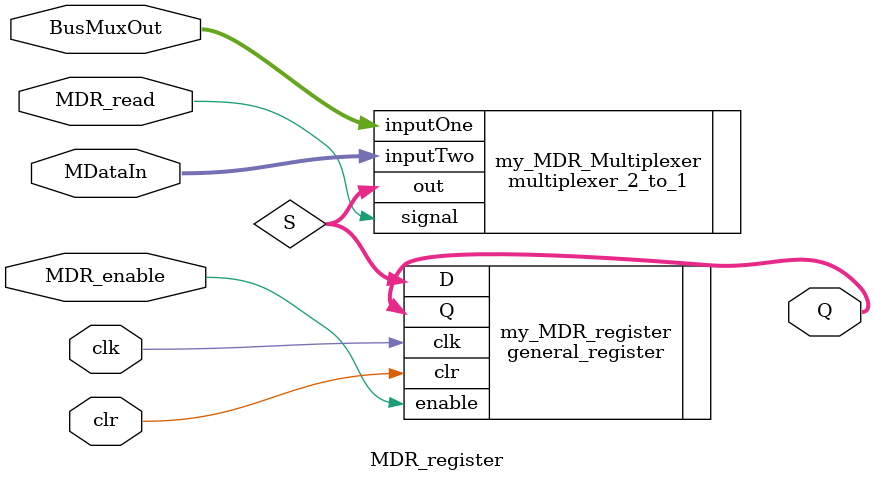
<source format=v>
module MDR_register (
input clk, clr, MDR_read, MDR_enable,
input [31:0] BusMuxOut, MDataIn,  //BusMuxOut is from bus, MDataIn is from memory chip
output wire [31:0] Q
);

wire [31:0] S; //connects the 2_to_1 multiplexer to the register

multiplexer_2_to_1 my_MDR_Multiplexer(

	.inputOne(BusMuxOut),
	.inputTwo(MDataIn),
	.signal(MDR_read),
	.out(S)
);

general_register my_MDR_register(
	.enable(MDR_enable),
	.clk(clk),
	.clr(clr),
	.D(S),
	.Q(Q)
);

endmodule


</source>
